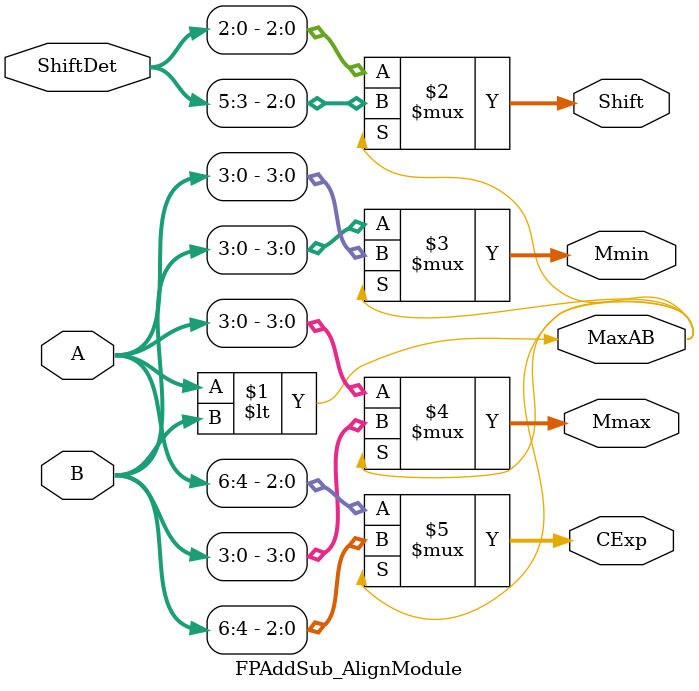
<source format=sv>
`timescale 1ns / 1ps

module FPAddSub_AlignModule (

	// Input ports
	input logic [6:0] A,				// Input A, a 32-bit floating point number
	input logic [6:0] B,				// Input B, a 32-bit floating point number
	input logic [5:0] ShiftDet,
	
	// Output ports
	output logic [2:0] CExp,			// Common Exponent
	output logic MaxAB,				// Incidates larger of A and B (0/A, 1/B)
	output logic [2:0] Shift,			// Number of steps to smaller mantissa shift right
	output logic [3:0] Mmin, 			// Smaller mantissa 
	output logic [3:0] Mmax );			// Larger mantissa
	
		
	assign MaxAB = (A[6:0] < B[6:0]) ;	
	assign Shift = MaxAB ? ShiftDet[5:3] : ShiftDet[2:0] ;
	
	// Take out smaller mantissa and append shift space
	assign Mmin = MaxAB ? A[3:0] : B[3:0] ; 
	
	// Take out larger mantissa	
	assign Mmax = MaxAB ? B[3:0]: A[3:0] ;	
	
	// Common exponent
	assign CExp = (MaxAB ? B[6:4] : A[6:4]) ;		
	
endmodule

</source>
